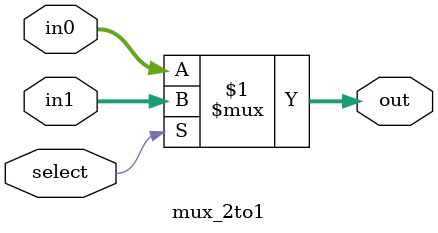
<source format=v>
module mux_2to1(in0, in1, select, out);

parameter WIDTH = 32;
input [WIDTH-1:0] in0, in1;
input select;
output [WIDTH-1:0] out;

assign out = select ? in1 : in0;


endmodule
</source>
